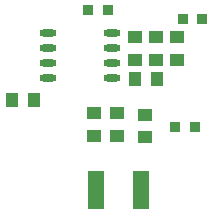
<source format=gbp>
G04 Layer_Color=128*
%FSLAX25Y25*%
%MOIN*%
G70*
G01*
G75*
%ADD18R,0.03799X0.03347*%
%ADD19R,0.04488X0.04724*%
%ADD20R,0.05512X0.12992*%
%ADD21R,0.04724X0.04488*%
%ADD22O,0.05709X0.02362*%
D18*
X83496Y76000D02*
D03*
X77000D02*
D03*
X81000Y40000D02*
D03*
X74504D02*
D03*
X45504Y79000D02*
D03*
X52000D02*
D03*
D19*
X20000Y49000D02*
D03*
X27520D02*
D03*
X61000Y56000D02*
D03*
X68520D02*
D03*
D20*
X48039Y19000D02*
D03*
X63000D02*
D03*
D21*
X61000Y62480D02*
D03*
Y70000D02*
D03*
X68000Y62480D02*
D03*
Y70000D02*
D03*
X47500Y37240D02*
D03*
Y44760D02*
D03*
X55000Y37240D02*
D03*
Y44760D02*
D03*
X64500Y36740D02*
D03*
Y44260D02*
D03*
X75000Y62480D02*
D03*
Y70000D02*
D03*
D22*
X32043Y56500D02*
D03*
Y61500D02*
D03*
Y66500D02*
D03*
Y71500D02*
D03*
X53500Y56500D02*
D03*
Y61500D02*
D03*
Y66500D02*
D03*
Y71500D02*
D03*
M02*

</source>
